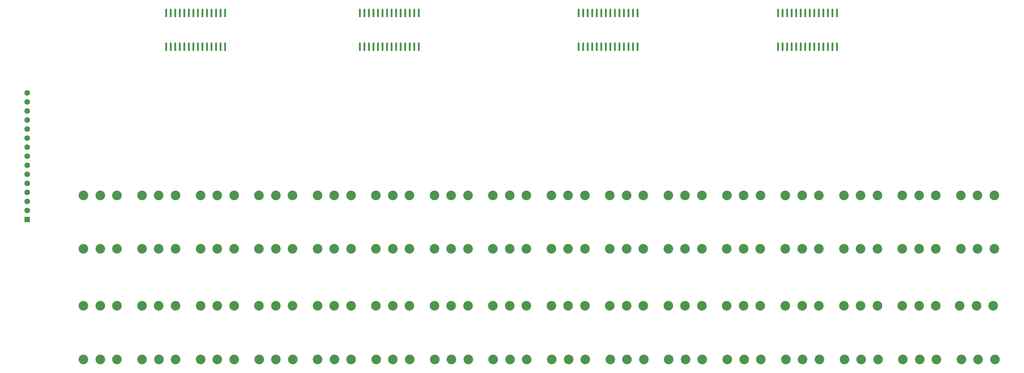
<source format=gbr>
%TF.GenerationSoftware,KiCad,Pcbnew,9.0.0*%
%TF.CreationDate,2025-03-18T21:00:28+01:00*%
%TF.ProjectId,to_ROMRAM_using_SWRegisters,746f5f52-4f4d-4524-914d-5f7573696e67,rev?*%
%TF.SameCoordinates,Original*%
%TF.FileFunction,Soldermask,Top*%
%TF.FilePolarity,Negative*%
%FSLAX46Y46*%
G04 Gerber Fmt 4.6, Leading zero omitted, Abs format (unit mm)*
G04 Created by KiCad (PCBNEW 9.0.0) date 2025-03-18 21:00:28*
%MOMM*%
%LPD*%
G01*
G04 APERTURE LIST*
%ADD10C,2.700000*%
%ADD11O,0.574000X2.388000*%
%ADD12R,1.600000X1.600000*%
%ADD13C,1.600000*%
G04 APERTURE END LIST*
D10*
%TO.C,v_dg0_a40*%
X165696900Y-147500000D03*
X170396900Y-147500000D03*
X175096900Y-147500000D03*
%TD*%
%TO.C,v_dg0_a29*%
X247632400Y-131500000D03*
X252332400Y-131500000D03*
X257032400Y-131500000D03*
%TD*%
%TO.C,v_dg0_a11*%
X214863100Y-116500000D03*
X219563100Y-116500000D03*
X224263100Y-116500000D03*
%TD*%
%TO.C,v_dg0_a7*%
X149312900Y-116500000D03*
X154012900Y-116500000D03*
X158712900Y-116500000D03*
%TD*%
%TO.C,v_dg0_a21*%
X116535600Y-131500000D03*
X121235600Y-131500000D03*
X125935600Y-131500000D03*
%TD*%
%TO.C,v_dg0_a8*%
X165700400Y-116500000D03*
X170400400Y-116500000D03*
X175100400Y-116500000D03*
%TD*%
%TO.C,v_dg0_a10*%
X198475600Y-116500000D03*
X203175600Y-116500000D03*
X207875600Y-116500000D03*
%TD*%
%TO.C,v_dg0_a48*%
X34600000Y-162500000D03*
X39300000Y-162500000D03*
X44000000Y-162500000D03*
%TD*%
%TO.C,v_dg0_a61*%
X247800000Y-162500000D03*
X252500000Y-162500000D03*
X257200000Y-162500000D03*
%TD*%
%TO.C,v_dg0_a39*%
X149309800Y-147500000D03*
X154009800Y-147500000D03*
X158709800Y-147500000D03*
%TD*%
%TO.C,v_dg0_a14*%
X264025800Y-116500000D03*
X268725800Y-116500000D03*
X273425800Y-116500000D03*
%TD*%
%TO.C,v_dg0_a20*%
X100148400Y-131500000D03*
X104848400Y-131500000D03*
X109548400Y-131500000D03*
%TD*%
%TO.C,v_dg0_a46*%
X264019600Y-147500000D03*
X268719600Y-147500000D03*
X273419600Y-147500000D03*
%TD*%
%TO.C,v_dg0_a42*%
X198471100Y-147500000D03*
X203171100Y-147500000D03*
X207871100Y-147500000D03*
%TD*%
%TO.C,v_dg0_a27*%
X214858200Y-131500000D03*
X219558200Y-131500000D03*
X224258200Y-131500000D03*
%TD*%
D11*
%TO.C,U3*%
X57745000Y-74744000D03*
X59015000Y-74744000D03*
X60285000Y-74744000D03*
X61555000Y-74744000D03*
X62825000Y-74744000D03*
X64095000Y-74744000D03*
X65365000Y-74744000D03*
X66635000Y-74744000D03*
X67905000Y-74744000D03*
X69175000Y-74744000D03*
X70445000Y-74744000D03*
X71715000Y-74744000D03*
X72985000Y-74744000D03*
X74255000Y-74744000D03*
X74255000Y-65256000D03*
X72985000Y-65256000D03*
X71715000Y-65256000D03*
X70445000Y-65256000D03*
X69175000Y-65256000D03*
X67905000Y-65256000D03*
X66635000Y-65256000D03*
X65365000Y-65256000D03*
X64095000Y-65256000D03*
X62825000Y-65256000D03*
X61555000Y-65256000D03*
X60285000Y-65256000D03*
X59015000Y-65256000D03*
X57745000Y-65256000D03*
%TD*%
D10*
%TO.C,v_dg0_a26*%
X198471100Y-131500000D03*
X203171100Y-131500000D03*
X207871100Y-131500000D03*
%TD*%
%TO.C,v_dg0_a41*%
X182084000Y-147500000D03*
X186784000Y-147500000D03*
X191484000Y-147500000D03*
%TD*%
%TO.C,v_dg0_a13*%
X247638200Y-116500000D03*
X252338200Y-116500000D03*
X257038200Y-116500000D03*
%TD*%
%TO.C,v_dg0_a25*%
X182084000Y-131500000D03*
X186784000Y-131500000D03*
X191484000Y-131500000D03*
%TD*%
%TO.C,v_dg0_a36*%
X100148400Y-147500000D03*
X104848400Y-147500000D03*
X109548400Y-147500000D03*
%TD*%
%TO.C,v_dg0_a28*%
X231245300Y-131500000D03*
X235945300Y-131500000D03*
X240645300Y-131500000D03*
%TD*%
%TO.C,v_dg0_a60*%
X231400000Y-162500000D03*
X236100000Y-162500000D03*
X240800000Y-162500000D03*
%TD*%
%TO.C,v_dg0_a24*%
X165696900Y-131500000D03*
X170396900Y-131500000D03*
X175096900Y-131500000D03*
%TD*%
%TO.C,v_dg0_a31*%
X280406700Y-131500000D03*
X285106700Y-131500000D03*
X289806700Y-131500000D03*
%TD*%
%TO.C,v_dg0_a58*%
X198600000Y-162500000D03*
X203300000Y-162500000D03*
X208000000Y-162500000D03*
%TD*%
D11*
%TO.C,U6*%
X229245000Y-74744000D03*
X230515000Y-74744000D03*
X231785000Y-74744000D03*
X233055000Y-74744000D03*
X234325000Y-74744000D03*
X235595000Y-74744000D03*
X236865000Y-74744000D03*
X238135000Y-74744000D03*
X239405000Y-74744000D03*
X240675000Y-74744000D03*
X241945000Y-74744000D03*
X243215000Y-74744000D03*
X244485000Y-74744000D03*
X245755000Y-74744000D03*
X245755000Y-65256000D03*
X244485000Y-65256000D03*
X243215000Y-65256000D03*
X241945000Y-65256000D03*
X240675000Y-65256000D03*
X239405000Y-65256000D03*
X238135000Y-65256000D03*
X236865000Y-65256000D03*
X235595000Y-65256000D03*
X234325000Y-65256000D03*
X233055000Y-65256000D03*
X231785000Y-65256000D03*
X230515000Y-65256000D03*
X229245000Y-65256000D03*
%TD*%
D12*
%TO.C,J1*%
X18831000Y-123286000D03*
D13*
X18831000Y-120746000D03*
X18831000Y-118206000D03*
X18831000Y-115666000D03*
X18831000Y-113126000D03*
X18831000Y-110586000D03*
X18831000Y-108046000D03*
X18831000Y-105506000D03*
X18831000Y-102966000D03*
X18831000Y-100426000D03*
X18831000Y-97886000D03*
X18831000Y-95346000D03*
X18831000Y-92806000D03*
X18831000Y-90266000D03*
X18831000Y-87726000D03*
%TD*%
D10*
%TO.C,v_dg0_a62*%
X264200000Y-162500000D03*
X268900000Y-162500000D03*
X273600000Y-162500000D03*
%TD*%
D11*
%TO.C,U5*%
X173300000Y-74744000D03*
X174570000Y-74744000D03*
X175840000Y-74744000D03*
X177110000Y-74744000D03*
X178380000Y-74744000D03*
X179650000Y-74744000D03*
X180920000Y-74744000D03*
X182190000Y-74744000D03*
X183460000Y-74744000D03*
X184730000Y-74744000D03*
X186000000Y-74744000D03*
X187270000Y-74744000D03*
X188540000Y-74744000D03*
X189810000Y-74744000D03*
X189810000Y-65256000D03*
X188540000Y-65256000D03*
X187270000Y-65256000D03*
X186000000Y-65256000D03*
X184730000Y-65256000D03*
X183460000Y-65256000D03*
X182190000Y-65256000D03*
X180920000Y-65256000D03*
X179650000Y-65256000D03*
X178380000Y-65256000D03*
X177110000Y-65256000D03*
X175840000Y-65256000D03*
X174570000Y-65256000D03*
X173300000Y-65256000D03*
%TD*%
D10*
%TO.C,v_dg0_a22*%
X132922700Y-131500000D03*
X137622700Y-131500000D03*
X142322700Y-131500000D03*
%TD*%
%TO.C,v_dg0_a34*%
X67374200Y-147500000D03*
X72074200Y-147500000D03*
X76774200Y-147500000D03*
%TD*%
%TO.C,v_dg0_a57*%
X182200000Y-162500000D03*
X186900000Y-162500000D03*
X191600000Y-162500000D03*
%TD*%
%TO.C,v_dg0_a16*%
X34600000Y-131500000D03*
X39300000Y-131500000D03*
X44000000Y-131500000D03*
%TD*%
%TO.C,v_dg0_a50*%
X67400000Y-162500000D03*
X72100000Y-162500000D03*
X76800000Y-162500000D03*
%TD*%
%TO.C,v_dg0_a15*%
X280413300Y-116500000D03*
X285113300Y-116500000D03*
X289813300Y-116500000D03*
%TD*%
%TO.C,v_dg0_a19*%
X83761300Y-131500000D03*
X88461300Y-131500000D03*
X93161300Y-131500000D03*
%TD*%
%TO.C,v_dg0_a33*%
X50987100Y-147500000D03*
X55687100Y-147500000D03*
X60387100Y-147500000D03*
%TD*%
D11*
%TO.C,U4*%
X112030000Y-74744000D03*
X113300000Y-74744000D03*
X114570000Y-74744000D03*
X115840000Y-74744000D03*
X117110000Y-74744000D03*
X118380000Y-74744000D03*
X119650000Y-74744000D03*
X120920000Y-74744000D03*
X122190000Y-74744000D03*
X123460000Y-74744000D03*
X124730000Y-74744000D03*
X126000000Y-74744000D03*
X127270000Y-74744000D03*
X128540000Y-74744000D03*
X128540000Y-65256000D03*
X127270000Y-65256000D03*
X126000000Y-65256000D03*
X124730000Y-65256000D03*
X123460000Y-65256000D03*
X122190000Y-65256000D03*
X120920000Y-65256000D03*
X119650000Y-65256000D03*
X118380000Y-65256000D03*
X117110000Y-65256000D03*
X115840000Y-65256000D03*
X114570000Y-65256000D03*
X113300000Y-65256000D03*
X112030000Y-65256000D03*
%TD*%
D10*
%TO.C,v_dg0_a55*%
X149400000Y-162500000D03*
X154100000Y-162500000D03*
X158800000Y-162500000D03*
%TD*%
%TO.C,v_dg0_a53*%
X116600000Y-162500000D03*
X121300000Y-162500000D03*
X126000000Y-162500000D03*
%TD*%
%TO.C,v_dg0_a1*%
X50987600Y-116500000D03*
X55687600Y-116500000D03*
X60387600Y-116500000D03*
%TD*%
%TO.C,v_dg0_a6*%
X132925300Y-116500000D03*
X137625300Y-116500000D03*
X142325300Y-116500000D03*
%TD*%
%TO.C,v_dg0_a59*%
X215000000Y-162500000D03*
X219700000Y-162500000D03*
X224400000Y-162500000D03*
%TD*%
%TO.C,v_dg0_a3*%
X83762700Y-116500000D03*
X88462700Y-116500000D03*
X93162700Y-116500000D03*
%TD*%
%TO.C,v_dg0_a37*%
X116535600Y-147500000D03*
X121235600Y-147500000D03*
X125935600Y-147500000D03*
%TD*%
%TO.C,v_dg0_a12*%
X231250700Y-116500000D03*
X235950700Y-116500000D03*
X240650700Y-116500000D03*
%TD*%
%TO.C,v_dg0_a18*%
X67374200Y-131500000D03*
X72074200Y-131500000D03*
X76774200Y-131500000D03*
%TD*%
%TO.C,v_dg0_a0*%
X34600000Y-116500000D03*
X39300000Y-116500000D03*
X44000000Y-116500000D03*
%TD*%
%TO.C,v_dg0_a35*%
X83761300Y-147500000D03*
X88461300Y-147500000D03*
X93161300Y-147500000D03*
%TD*%
%TO.C,v_dg0_a2*%
X67375100Y-116500000D03*
X72075100Y-116500000D03*
X76775100Y-116500000D03*
%TD*%
%TO.C,v_dg0_a30*%
X264019600Y-131500000D03*
X268719600Y-131500000D03*
X273419600Y-131500000D03*
%TD*%
%TO.C,v_dg0_a32*%
X34600000Y-147500000D03*
X39300000Y-147500000D03*
X44000000Y-147500000D03*
%TD*%
%TO.C,v_dg0_a9*%
X182088000Y-116500000D03*
X186788000Y-116500000D03*
X191488000Y-116500000D03*
%TD*%
%TO.C,v_dg0_a45*%
X247632400Y-147500000D03*
X252332400Y-147500000D03*
X257032400Y-147500000D03*
%TD*%
%TO.C,v_dg0_a52*%
X100200000Y-162500000D03*
X104900000Y-162500000D03*
X109600000Y-162500000D03*
%TD*%
%TO.C,v_dg0_a47*%
X280100000Y-147500000D03*
X284800000Y-147500000D03*
X289500000Y-147500000D03*
%TD*%
%TO.C,v_dg0_a4*%
X100150200Y-116500000D03*
X104850200Y-116500000D03*
X109550200Y-116500000D03*
%TD*%
%TO.C,v_dg0_a38*%
X132922700Y-147500000D03*
X137622700Y-147500000D03*
X142322700Y-147500000D03*
%TD*%
%TO.C,v_dg0_a51*%
X83800000Y-162500000D03*
X88500000Y-162500000D03*
X93200000Y-162500000D03*
%TD*%
%TO.C,v_dg0_a43*%
X214858200Y-147500000D03*
X219558200Y-147500000D03*
X224258200Y-147500000D03*
%TD*%
%TO.C,v_dg0_a44*%
X231245300Y-147500000D03*
X235945300Y-147500000D03*
X240645300Y-147500000D03*
%TD*%
%TO.C,v_dg0_a5*%
X116537800Y-116500000D03*
X121237800Y-116500000D03*
X125937800Y-116500000D03*
%TD*%
%TO.C,v_dg0_a23*%
X149309800Y-131500000D03*
X154009800Y-131500000D03*
X158709800Y-131500000D03*
%TD*%
%TO.C,v_dg0_a49*%
X51000000Y-162500000D03*
X55700000Y-162500000D03*
X60400000Y-162500000D03*
%TD*%
%TO.C,v_dg0_a17*%
X50987100Y-131500000D03*
X55687100Y-131500000D03*
X60387100Y-131500000D03*
%TD*%
%TO.C,v_dg0_a56*%
X165800000Y-162500000D03*
X170500000Y-162500000D03*
X175200000Y-162500000D03*
%TD*%
%TO.C,v_dg0_a54*%
X133000000Y-162500000D03*
X137700000Y-162500000D03*
X142400000Y-162500000D03*
%TD*%
%TO.C,v_dg0_a63*%
X280600000Y-162500000D03*
X285300000Y-162500000D03*
X290000000Y-162500000D03*
%TD*%
M02*

</source>
